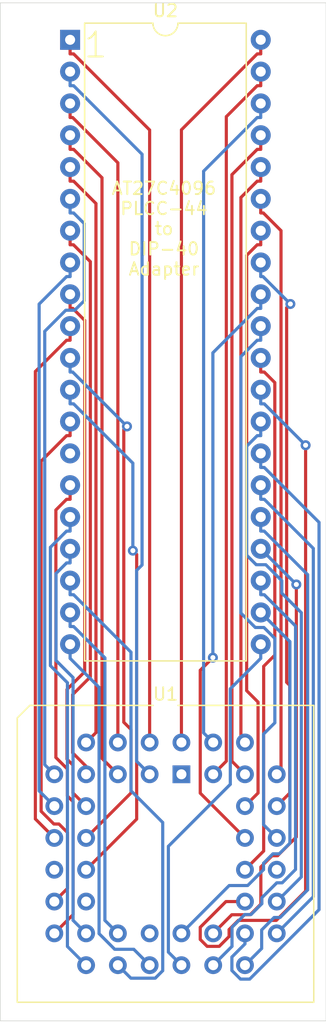
<source format=kicad_pcb>
(kicad_pcb (version 20171130) (host pcbnew "(5.1.7)-1")

  (general
    (thickness 1.6)
    (drawings 6)
    (tracks 289)
    (zones 0)
    (modules 2)
    (nets 46)
  )

  (page A4)
  (layers
    (0 F.Cu signal)
    (31 B.Cu signal)
    (32 B.Adhes user)
    (33 F.Adhes user)
    (34 B.Paste user)
    (35 F.Paste user)
    (36 B.SilkS user)
    (37 F.SilkS user)
    (38 B.Mask user)
    (39 F.Mask user)
    (40 Dwgs.User user)
    (41 Cmts.User user)
    (42 Eco1.User user)
    (43 Eco2.User user)
    (44 Edge.Cuts user)
    (45 Margin user)
    (46 B.CrtYd user)
    (47 F.CrtYd user)
    (48 B.Fab user)
    (49 F.Fab user)
  )

  (setup
    (last_trace_width 0.25)
    (trace_clearance 0.2)
    (zone_clearance 0.508)
    (zone_45_only no)
    (trace_min 0.2)
    (via_size 0.8)
    (via_drill 0.4)
    (via_min_size 0.4)
    (via_min_drill 0.3)
    (uvia_size 0.3)
    (uvia_drill 0.1)
    (uvias_allowed no)
    (uvia_min_size 0.2)
    (uvia_min_drill 0.1)
    (edge_width 0.05)
    (segment_width 0.2)
    (pcb_text_width 0.3)
    (pcb_text_size 1.5 1.5)
    (mod_edge_width 0.12)
    (mod_text_size 1 1)
    (mod_text_width 0.15)
    (pad_size 1.524 1.524)
    (pad_drill 0.762)
    (pad_to_mask_clearance 0)
    (aux_axis_origin 0 0)
    (visible_elements 7FFFFFFF)
    (pcbplotparams
      (layerselection 0x010fc_ffffffff)
      (usegerberextensions false)
      (usegerberattributes true)
      (usegerberadvancedattributes true)
      (creategerberjobfile true)
      (excludeedgelayer true)
      (linewidth 0.100000)
      (plotframeref false)
      (viasonmask false)
      (mode 1)
      (useauxorigin false)
      (hpglpennumber 1)
      (hpglpenspeed 20)
      (hpglpendiameter 15.000000)
      (psnegative false)
      (psa4output false)
      (plotreference true)
      (plotvalue true)
      (plotinvisibletext false)
      (padsonsilk false)
      (subtractmaskfromsilk false)
      (outputformat 1)
      (mirror false)
      (drillshape 0)
      (scaleselection 1)
      (outputdirectory "PLCC44-EPROM-Adapter-gerber/"))
  )

  (net 0 "")
  (net 1 "Net-(U1-Pad33)")
  (net 2 "Net-(U1-Pad13)")
  (net 3 "Net-(U1-Pad23)")
  (net 4 "Net-(U1-Pad1)")
  (net 5 "Net-(U2-Pad14)")
  (net 6 /A14)
  (net 7 /D1)
  (net 8 /A13)
  (net 9 /D2)
  (net 10 /A12)
  (net 11 /D3)
  (net 12 /A11)
  (net 13 /D4)
  (net 14 /A10)
  (net 15 /D5)
  (net 16 /A9)
  (net 17 /D6)
  (net 18 /GND2)
  (net 19 /D7)
  (net 20 /A8)
  (net 21 /GND1)
  (net 22 /A7)
  (net 23 /D8)
  (net 24 /A6)
  (net 25 /D9)
  (net 26 /A5)
  (net 27 /D10)
  (net 28 /A4)
  (net 29 /D11)
  (net 30 /A3)
  (net 31 /D12)
  (net 32 /A2)
  (net 33 /D13)
  (net 34 /A1)
  (net 35 /D14)
  (net 36 /A0)
  (net 37 /D15)
  (net 38 /_CE)
  (net 39 /_OE)
  (net 40 /VPP)
  (net 41 /D0)
  (net 42 /A17)
  (net 43 /A15)
  (net 44 /VCC)
  (net 45 /A16)

  (net_class Default "This is the default net class."
    (clearance 0.2)
    (trace_width 0.25)
    (via_dia 0.8)
    (via_drill 0.4)
    (uvia_dia 0.3)
    (uvia_drill 0.1)
    (add_net /A0)
    (add_net /A1)
    (add_net /A10)
    (add_net /A11)
    (add_net /A12)
    (add_net /A13)
    (add_net /A14)
    (add_net /A15)
    (add_net /A16)
    (add_net /A17)
    (add_net /A2)
    (add_net /A3)
    (add_net /A4)
    (add_net /A5)
    (add_net /A6)
    (add_net /A7)
    (add_net /A8)
    (add_net /A9)
    (add_net /D0)
    (add_net /D1)
    (add_net /D10)
    (add_net /D11)
    (add_net /D12)
    (add_net /D13)
    (add_net /D14)
    (add_net /D15)
    (add_net /D2)
    (add_net /D3)
    (add_net /D4)
    (add_net /D5)
    (add_net /D6)
    (add_net /D7)
    (add_net /D8)
    (add_net /D9)
    (add_net /GND1)
    (add_net /GND2)
    (add_net /VCC)
    (add_net /VPP)
    (add_net /_CE)
    (add_net /_OE)
    (add_net "Net-(U1-Pad1)")
    (add_net "Net-(U1-Pad13)")
    (add_net "Net-(U1-Pad23)")
    (add_net "Net-(U1-Pad33)")
    (add_net "Net-(U2-Pad14)")
  )

  (module Package_DIP:DIP-40_W15.24mm (layer F.Cu) (tedit 5A02E8C5) (tstamp 5F9EC4B1)
    (at 84.954 81.6925)
    (descr "40-lead though-hole mounted DIP package, row spacing 15.24 mm (600 mils)")
    (tags "THT DIP DIL PDIP 2.54mm 15.24mm 600mil")
    (path /5F9EC50B)
    (fp_text reference U2 (at 7.62 -2.33) (layer F.SilkS)
      (effects (font (size 1 1) (thickness 0.15)))
    )
    (fp_text value AT27C4096-90PU (at 7.62 50.59) (layer F.Fab)
      (effects (font (size 1 1) (thickness 0.15)))
    )
    (fp_text user %R (at 7.62 24.13) (layer F.Fab)
      (effects (font (size 1 1) (thickness 0.15)))
    )
    (fp_arc (start 7.62 -1.33) (end 6.62 -1.33) (angle -180) (layer F.SilkS) (width 0.12))
    (fp_line (start 1.255 -1.27) (end 14.985 -1.27) (layer F.Fab) (width 0.1))
    (fp_line (start 14.985 -1.27) (end 14.985 49.53) (layer F.Fab) (width 0.1))
    (fp_line (start 14.985 49.53) (end 0.255 49.53) (layer F.Fab) (width 0.1))
    (fp_line (start 0.255 49.53) (end 0.255 -0.27) (layer F.Fab) (width 0.1))
    (fp_line (start 0.255 -0.27) (end 1.255 -1.27) (layer F.Fab) (width 0.1))
    (fp_line (start 6.62 -1.33) (end 1.16 -1.33) (layer F.SilkS) (width 0.12))
    (fp_line (start 1.16 -1.33) (end 1.16 49.59) (layer F.SilkS) (width 0.12))
    (fp_line (start 1.16 49.59) (end 14.08 49.59) (layer F.SilkS) (width 0.12))
    (fp_line (start 14.08 49.59) (end 14.08 -1.33) (layer F.SilkS) (width 0.12))
    (fp_line (start 14.08 -1.33) (end 8.62 -1.33) (layer F.SilkS) (width 0.12))
    (fp_line (start -1.05 -1.55) (end -1.05 49.8) (layer F.CrtYd) (width 0.05))
    (fp_line (start -1.05 49.8) (end 16.3 49.8) (layer F.CrtYd) (width 0.05))
    (fp_line (start 16.3 49.8) (end 16.3 -1.55) (layer F.CrtYd) (width 0.05))
    (fp_line (start 16.3 -1.55) (end -1.05 -1.55) (layer F.CrtYd) (width 0.05))
    (pad 40 thru_hole oval (at 15.24 0) (size 1.6 1.6) (drill 0.8) (layers *.Cu *.Mask)
      (net 44 /VCC))
    (pad 20 thru_hole oval (at 0 48.26) (size 1.6 1.6) (drill 0.8) (layers *.Cu *.Mask)
      (net 39 /_OE))
    (pad 39 thru_hole oval (at 15.24 2.54) (size 1.6 1.6) (drill 0.8) (layers *.Cu *.Mask)
      (net 42 /A17))
    (pad 19 thru_hole oval (at 0 45.72) (size 1.6 1.6) (drill 0.8) (layers *.Cu *.Mask)
      (net 41 /D0))
    (pad 38 thru_hole oval (at 15.24 5.08) (size 1.6 1.6) (drill 0.8) (layers *.Cu *.Mask)
      (net 45 /A16))
    (pad 18 thru_hole oval (at 0 43.18) (size 1.6 1.6) (drill 0.8) (layers *.Cu *.Mask)
      (net 7 /D1))
    (pad 37 thru_hole oval (at 15.24 7.62) (size 1.6 1.6) (drill 0.8) (layers *.Cu *.Mask)
      (net 43 /A15))
    (pad 17 thru_hole oval (at 0 40.64) (size 1.6 1.6) (drill 0.8) (layers *.Cu *.Mask)
      (net 9 /D2))
    (pad 36 thru_hole oval (at 15.24 10.16) (size 1.6 1.6) (drill 0.8) (layers *.Cu *.Mask)
      (net 6 /A14))
    (pad 16 thru_hole oval (at 0 38.1) (size 1.6 1.6) (drill 0.8) (layers *.Cu *.Mask)
      (net 11 /D3))
    (pad 35 thru_hole oval (at 15.24 12.7) (size 1.6 1.6) (drill 0.8) (layers *.Cu *.Mask)
      (net 8 /A13))
    (pad 15 thru_hole oval (at 0 35.56) (size 1.6 1.6) (drill 0.8) (layers *.Cu *.Mask)
      (net 13 /D4))
    (pad 34 thru_hole oval (at 15.24 15.24) (size 1.6 1.6) (drill 0.8) (layers *.Cu *.Mask)
      (net 10 /A12))
    (pad 14 thru_hole oval (at 0 33.02) (size 1.6 1.6) (drill 0.8) (layers *.Cu *.Mask)
      (net 5 "Net-(U2-Pad14)"))
    (pad 33 thru_hole oval (at 15.24 17.78) (size 1.6 1.6) (drill 0.8) (layers *.Cu *.Mask)
      (net 12 /A11))
    (pad 13 thru_hole oval (at 0 30.48) (size 1.6 1.6) (drill 0.8) (layers *.Cu *.Mask)
      (net 17 /D6))
    (pad 32 thru_hole oval (at 15.24 20.32) (size 1.6 1.6) (drill 0.8) (layers *.Cu *.Mask)
      (net 14 /A10))
    (pad 12 thru_hole oval (at 0 27.94) (size 1.6 1.6) (drill 0.8) (layers *.Cu *.Mask)
      (net 19 /D7))
    (pad 31 thru_hole oval (at 15.24 22.86) (size 1.6 1.6) (drill 0.8) (layers *.Cu *.Mask)
      (net 16 /A9))
    (pad 11 thru_hole oval (at 0 25.4) (size 1.6 1.6) (drill 0.8) (layers *.Cu *.Mask)
      (net 21 /GND1))
    (pad 30 thru_hole oval (at 15.24 25.4) (size 1.6 1.6) (drill 0.8) (layers *.Cu *.Mask)
      (net 18 /GND2))
    (pad 10 thru_hole oval (at 0 22.86) (size 1.6 1.6) (drill 0.8) (layers *.Cu *.Mask)
      (net 23 /D8))
    (pad 29 thru_hole oval (at 15.24 27.94) (size 1.6 1.6) (drill 0.8) (layers *.Cu *.Mask)
      (net 20 /A8))
    (pad 9 thru_hole oval (at 0 20.32) (size 1.6 1.6) (drill 0.8) (layers *.Cu *.Mask)
      (net 25 /D9))
    (pad 28 thru_hole oval (at 15.24 30.48) (size 1.6 1.6) (drill 0.8) (layers *.Cu *.Mask)
      (net 22 /A7))
    (pad 8 thru_hole oval (at 0 17.78) (size 1.6 1.6) (drill 0.8) (layers *.Cu *.Mask)
      (net 27 /D10))
    (pad 27 thru_hole oval (at 15.24 33.02) (size 1.6 1.6) (drill 0.8) (layers *.Cu *.Mask)
      (net 24 /A6))
    (pad 7 thru_hole oval (at 0 15.24) (size 1.6 1.6) (drill 0.8) (layers *.Cu *.Mask)
      (net 29 /D11))
    (pad 26 thru_hole oval (at 15.24 35.56) (size 1.6 1.6) (drill 0.8) (layers *.Cu *.Mask)
      (net 26 /A5))
    (pad 6 thru_hole oval (at 0 12.7) (size 1.6 1.6) (drill 0.8) (layers *.Cu *.Mask)
      (net 31 /D12))
    (pad 25 thru_hole oval (at 15.24 38.1) (size 1.6 1.6) (drill 0.8) (layers *.Cu *.Mask)
      (net 28 /A4))
    (pad 5 thru_hole oval (at 0 10.16) (size 1.6 1.6) (drill 0.8) (layers *.Cu *.Mask)
      (net 33 /D13))
    (pad 24 thru_hole oval (at 15.24 40.64) (size 1.6 1.6) (drill 0.8) (layers *.Cu *.Mask)
      (net 30 /A3))
    (pad 4 thru_hole oval (at 0 7.62) (size 1.6 1.6) (drill 0.8) (layers *.Cu *.Mask)
      (net 35 /D14))
    (pad 23 thru_hole oval (at 15.24 43.18) (size 1.6 1.6) (drill 0.8) (layers *.Cu *.Mask)
      (net 32 /A2))
    (pad 3 thru_hole oval (at 0 5.08) (size 1.6 1.6) (drill 0.8) (layers *.Cu *.Mask)
      (net 37 /D15))
    (pad 22 thru_hole oval (at 15.24 45.72) (size 1.6 1.6) (drill 0.8) (layers *.Cu *.Mask)
      (net 34 /A1))
    (pad 2 thru_hole oval (at 0 2.54) (size 1.6 1.6) (drill 0.8) (layers *.Cu *.Mask)
      (net 38 /_CE))
    (pad 21 thru_hole oval (at 15.24 48.26) (size 1.6 1.6) (drill 0.8) (layers *.Cu *.Mask)
      (net 36 /A0))
    (pad 1 thru_hole rect (at 0 0) (size 1.6 1.6) (drill 0.8) (layers *.Cu *.Mask)
      (net 40 /VPP))
    (model ${KISYS3DMOD}/Package_DIP.3dshapes/DIP-40_W15.24mm.wrl
      (at (xyz 0 0 0))
      (scale (xyz 1 1 1))
      (rotate (xyz 0 0 0))
    )
  )

  (module Package_LCC:PLCC-44_THT-Socket (layer F.Cu) (tedit 5A02ECC8) (tstamp 5F9EC475)
    (at 93.853 140.335)
    (descr "PLCC, 44 pins, through hole")
    (tags "plcc leaded")
    (path /5F9EAECD)
    (fp_text reference U1 (at -1.27 -6.4) (layer F.SilkS)
      (effects (font (size 1 1) (thickness 0.15)))
    )
    (fp_text value AT27C4096-90JU (at -1.27 19.1) (layer F.Fab)
      (effects (font (size 1 1) (thickness 0.15)))
    )
    (fp_text user %R (at -1.27 6.35) (layer F.Fab)
      (effects (font (size 1 1) (thickness 0.15)))
    )
    (fp_line (start -12.02 -5.4) (end -13.02 -4.4) (layer F.Fab) (width 0.1))
    (fp_line (start -13.02 -4.4) (end -13.02 18.1) (layer F.Fab) (width 0.1))
    (fp_line (start -13.02 18.1) (end 10.48 18.1) (layer F.Fab) (width 0.1))
    (fp_line (start 10.48 18.1) (end 10.48 -5.4) (layer F.Fab) (width 0.1))
    (fp_line (start 10.48 -5.4) (end -12.02 -5.4) (layer F.Fab) (width 0.1))
    (fp_line (start -13.52 -5.9) (end -13.52 18.6) (layer F.CrtYd) (width 0.05))
    (fp_line (start -13.52 18.6) (end 10.98 18.6) (layer F.CrtYd) (width 0.05))
    (fp_line (start 10.98 18.6) (end 10.98 -5.9) (layer F.CrtYd) (width 0.05))
    (fp_line (start 10.98 -5.9) (end -13.52 -5.9) (layer F.CrtYd) (width 0.05))
    (fp_line (start -10.48 -2.86) (end -10.48 15.56) (layer F.Fab) (width 0.1))
    (fp_line (start -10.48 15.56) (end 7.94 15.56) (layer F.Fab) (width 0.1))
    (fp_line (start 7.94 15.56) (end 7.94 -2.86) (layer F.Fab) (width 0.1))
    (fp_line (start 7.94 -2.86) (end -10.48 -2.86) (layer F.Fab) (width 0.1))
    (fp_line (start -1.77 -5.4) (end -1.27 -4.4) (layer F.Fab) (width 0.1))
    (fp_line (start -1.27 -4.4) (end -0.77 -5.4) (layer F.Fab) (width 0.1))
    (fp_line (start -2.27 -5.5) (end -12.12 -5.5) (layer F.SilkS) (width 0.12))
    (fp_line (start -12.12 -5.5) (end -13.12 -4.5) (layer F.SilkS) (width 0.12))
    (fp_line (start -13.12 -4.5) (end -13.12 18.2) (layer F.SilkS) (width 0.12))
    (fp_line (start -13.12 18.2) (end 10.58 18.2) (layer F.SilkS) (width 0.12))
    (fp_line (start 10.58 18.2) (end 10.58 -5.5) (layer F.SilkS) (width 0.12))
    (fp_line (start 10.58 -5.5) (end -0.27 -5.5) (layer F.SilkS) (width 0.12))
    (pad 39 thru_hole circle (at 7.62 0) (size 1.4224 1.4224) (drill 0.8) (layers *.Cu *.Mask)
      (net 8 /A13))
    (pad 37 thru_hole circle (at 7.62 2.54) (size 1.4224 1.4224) (drill 0.8) (layers *.Cu *.Mask)
      (net 12 /A11))
    (pad 35 thru_hole circle (at 7.62 5.08) (size 1.4224 1.4224) (drill 0.8) (layers *.Cu *.Mask)
      (net 16 /A9))
    (pad 33 thru_hole circle (at 7.62 7.62) (size 1.4224 1.4224) (drill 0.8) (layers *.Cu *.Mask)
      (net 1 "Net-(U1-Pad33)"))
    (pad 31 thru_hole circle (at 7.62 10.16) (size 1.4224 1.4224) (drill 0.8) (layers *.Cu *.Mask)
      (net 22 /A7))
    (pad 40 thru_hole circle (at 5.08 -2.54) (size 1.4224 1.4224) (drill 0.8) (layers *.Cu *.Mask)
      (net 6 /A14))
    (pad 38 thru_hole circle (at 5.08 2.54) (size 1.4224 1.4224) (drill 0.8) (layers *.Cu *.Mask)
      (net 10 /A12))
    (pad 36 thru_hole circle (at 5.08 5.08) (size 1.4224 1.4224) (drill 0.8) (layers *.Cu *.Mask)
      (net 14 /A10))
    (pad 34 thru_hole circle (at 5.08 7.62) (size 1.4224 1.4224) (drill 0.8) (layers *.Cu *.Mask)
      (net 18 /GND2))
    (pad 32 thru_hole circle (at 5.08 10.16) (size 1.4224 1.4224) (drill 0.8) (layers *.Cu *.Mask)
      (net 20 /A8))
    (pad 30 thru_hole circle (at 5.08 12.7) (size 1.4224 1.4224) (drill 0.8) (layers *.Cu *.Mask)
      (net 24 /A6))
    (pad 28 thru_hole circle (at 5.08 15.24) (size 1.4224 1.4224) (drill 0.8) (layers *.Cu *.Mask)
      (net 28 /A4))
    (pad 26 thru_hole circle (at 2.54 15.24) (size 1.4224 1.4224) (drill 0.8) (layers *.Cu *.Mask)
      (net 32 /A2))
    (pad 24 thru_hole circle (at 0 15.24) (size 1.4224 1.4224) (drill 0.8) (layers *.Cu *.Mask)
      (net 36 /A0))
    (pad 22 thru_hole circle (at -2.54 15.24) (size 1.4224 1.4224) (drill 0.8) (layers *.Cu *.Mask)
      (net 39 /_OE))
    (pad 20 thru_hole circle (at -5.08 15.24) (size 1.4224 1.4224) (drill 0.8) (layers *.Cu *.Mask)
      (net 7 /D1))
    (pad 18 thru_hole circle (at -7.62 15.24) (size 1.4224 1.4224) (drill 0.8) (layers *.Cu *.Mask)
      (net 11 /D3))
    (pad 29 thru_hole circle (at 7.62 12.7) (size 1.4224 1.4224) (drill 0.8) (layers *.Cu *.Mask)
      (net 26 /A5))
    (pad 27 thru_hole circle (at 2.54 12.7) (size 1.4224 1.4224) (drill 0.8) (layers *.Cu *.Mask)
      (net 30 /A3))
    (pad 25 thru_hole circle (at 0 12.7) (size 1.4224 1.4224) (drill 0.8) (layers *.Cu *.Mask)
      (net 34 /A1))
    (pad 23 thru_hole circle (at -2.54 12.7) (size 1.4224 1.4224) (drill 0.8) (layers *.Cu *.Mask)
      (net 3 "Net-(U1-Pad23)"))
    (pad 21 thru_hole circle (at -5.08 12.7) (size 1.4224 1.4224) (drill 0.8) (layers *.Cu *.Mask)
      (net 41 /D0))
    (pad 19 thru_hole circle (at -7.62 12.7) (size 1.4224 1.4224) (drill 0.8) (layers *.Cu *.Mask)
      (net 9 /D2))
    (pad 17 thru_hole circle (at -10.16 12.7) (size 1.4224 1.4224) (drill 0.8) (layers *.Cu *.Mask)
      (net 13 /D4))
    (pad 15 thru_hole circle (at -10.16 10.16) (size 1.4224 1.4224) (drill 0.8) (layers *.Cu *.Mask)
      (net 17 /D6))
    (pad 13 thru_hole circle (at -10.16 7.62) (size 1.4224 1.4224) (drill 0.8) (layers *.Cu *.Mask)
      (net 2 "Net-(U1-Pad13)"))
    (pad 11 thru_hole circle (at -10.16 5.08) (size 1.4224 1.4224) (drill 0.8) (layers *.Cu *.Mask)
      (net 23 /D8))
    (pad 9 thru_hole circle (at -10.16 2.54) (size 1.4224 1.4224) (drill 0.8) (layers *.Cu *.Mask)
      (net 27 /D10))
    (pad 7 thru_hole circle (at -10.16 0) (size 1.4224 1.4224) (drill 0.8) (layers *.Cu *.Mask)
      (net 31 /D12))
    (pad 16 thru_hole circle (at -7.62 10.16) (size 1.4224 1.4224) (drill 0.8) (layers *.Cu *.Mask)
      (net 15 /D5))
    (pad 14 thru_hole circle (at -7.62 7.62) (size 1.4224 1.4224) (drill 0.8) (layers *.Cu *.Mask)
      (net 19 /D7))
    (pad 12 thru_hole circle (at -7.62 5.08) (size 1.4224 1.4224) (drill 0.8) (layers *.Cu *.Mask)
      (net 21 /GND1))
    (pad 10 thru_hole circle (at -7.62 2.54) (size 1.4224 1.4224) (drill 0.8) (layers *.Cu *.Mask)
      (net 25 /D9))
    (pad 8 thru_hole circle (at -7.62 0) (size 1.4224 1.4224) (drill 0.8) (layers *.Cu *.Mask)
      (net 29 /D11))
    (pad 42 thru_hole circle (at 2.54 -2.54) (size 1.4224 1.4224) (drill 0.8) (layers *.Cu *.Mask)
      (net 45 /A16))
    (pad 44 thru_hole circle (at 0 -2.54) (size 1.4224 1.4224) (drill 0.8) (layers *.Cu *.Mask)
      (net 44 /VCC))
    (pad 6 thru_hole circle (at -7.62 -2.54) (size 1.4224 1.4224) (drill 0.8) (layers *.Cu *.Mask)
      (net 33 /D13))
    (pad 4 thru_hole circle (at -5.08 -2.54) (size 1.4224 1.4224) (drill 0.8) (layers *.Cu *.Mask)
      (net 37 /D15))
    (pad 2 thru_hole circle (at -2.54 -2.54) (size 1.4224 1.4224) (drill 0.8) (layers *.Cu *.Mask)
      (net 40 /VPP))
    (pad 41 thru_hole circle (at 5.08 0) (size 1.4224 1.4224) (drill 0.8) (layers *.Cu *.Mask)
      (net 43 /A15))
    (pad 43 thru_hole circle (at 2.54 0) (size 1.4224 1.4224) (drill 0.8) (layers *.Cu *.Mask)
      (net 42 /A17))
    (pad 5 thru_hole circle (at -5.08 0) (size 1.4224 1.4224) (drill 0.8) (layers *.Cu *.Mask)
      (net 35 /D14))
    (pad 3 thru_hole circle (at -2.54 0) (size 1.4224 1.4224) (drill 0.8) (layers *.Cu *.Mask)
      (net 38 /_CE))
    (pad 1 thru_hole rect (at 0 0) (size 1.4224 1.4224) (drill 0.8) (layers *.Cu *.Mask)
      (net 4 "Net-(U1-Pad1)"))
    (model ${KISYS3DMOD}/Package_LCC.3dshapes/PLCC-44_THT-Socket.wrl
      (at (xyz 0 0 0))
      (scale (xyz 1 1 1))
      (rotate (xyz 0 0 0))
    )
  )

  (gr_text "AT27C4096\nPLCC-44\nto\nDIP-40\nAdapter" (at 92.456 96.774) (layer F.SilkS)
    (effects (font (size 1 1) (thickness 0.15)))
  )
  (gr_text 1 (at 86.995 82.1055) (layer F.SilkS)
    (effects (font (size 2 2) (thickness 0.15)))
  )
  (gr_line (start 105.41 160.02) (end 79.375 160.02) (layer Edge.Cuts) (width 0.05))
  (gr_line (start 105.41 78.74) (end 105.41 160.02) (layer Edge.Cuts) (width 0.05))
  (gr_line (start 79.375 78.74) (end 105.41 78.74) (layer Edge.Cuts) (width 0.05))
  (gr_line (start 79.375 160.02) (end 79.375 78.74) (layer Edge.Cuts) (width 0.05))

  (segment (start 98.933 137.795) (end 98.609 137.471) (width 0.25) (layer F.Cu) (net 6))
  (segment (start 98.609 137.471) (end 98.609 94.2815) (width 0.25) (layer F.Cu) (net 6))
  (segment (start 98.609 94.2815) (end 99.9127 92.9778) (width 0.25) (layer F.Cu) (net 6))
  (segment (start 99.9127 92.9778) (end 100.194 92.9778) (width 0.25) (layer F.Cu) (net 6))
  (segment (start 100.194 91.8525) (end 100.194 92.9778) (width 0.25) (layer F.Cu) (net 6))
  (segment (start 84.954 124.8725) (end 84.954 125.9978) (width 0.25) (layer B.Cu) (net 7))
  (segment (start 88.773 155.575) (end 89.8098 156.6118) (width 0.25) (layer B.Cu) (net 7))
  (segment (start 89.8098 156.6118) (end 91.7611 156.6118) (width 0.25) (layer B.Cu) (net 7))
  (segment (start 91.7611 156.6118) (end 92.3593 156.0136) (width 0.25) (layer B.Cu) (net 7))
  (segment (start 92.3593 156.0136) (end 92.3593 144.1849) (width 0.25) (layer B.Cu) (net 7))
  (segment (start 92.3593 144.1849) (end 89.8209 141.6465) (width 0.25) (layer B.Cu) (net 7))
  (segment (start 89.8209 141.6465) (end 89.8209 130.5834) (width 0.25) (layer B.Cu) (net 7))
  (segment (start 89.8209 130.5834) (end 85.2353 125.9978) (width 0.25) (layer B.Cu) (net 7))
  (segment (start 85.2353 125.9978) (end 84.954 125.9978) (width 0.25) (layer B.Cu) (net 7))
  (segment (start 100.194 95.5178) (end 100.4017 95.5178) (width 0.25) (layer F.Cu) (net 8))
  (segment (start 100.4017 95.5178) (end 101.8142 96.9303) (width 0.25) (layer F.Cu) (net 8))
  (segment (start 101.8142 96.9303) (end 101.8142 139.9938) (width 0.25) (layer F.Cu) (net 8))
  (segment (start 101.8142 139.9938) (end 101.473 140.335) (width 0.25) (layer F.Cu) (net 8))
  (segment (start 100.194 94.3925) (end 100.194 95.5178) (width 0.25) (layer F.Cu) (net 8))
  (segment (start 84.954 122.3325) (end 84.954 123.4578) (width 0.25) (layer B.Cu) (net 9))
  (segment (start 84.954 123.4578) (end 84.6726 123.4578) (width 0.25) (layer B.Cu) (net 9))
  (segment (start 84.6726 123.4578) (end 83.8287 124.3017) (width 0.25) (layer B.Cu) (net 9))
  (segment (start 83.8287 124.3017) (end 83.8287 131.2481) (width 0.25) (layer B.Cu) (net 9))
  (segment (start 83.8287 131.2481) (end 85.1898 132.6092) (width 0.25) (layer B.Cu) (net 9))
  (segment (start 85.1898 132.6092) (end 85.1898 151.9918) (width 0.25) (layer B.Cu) (net 9))
  (segment (start 85.1898 151.9918) (end 86.233 153.035) (width 0.25) (layer B.Cu) (net 9))
  (segment (start 100.194 96.9325) (end 100.194 98.0578) (width 0.25) (layer F.Cu) (net 10))
  (segment (start 98.933 142.875) (end 99.9783 141.8297) (width 0.25) (layer F.Cu) (net 10))
  (segment (start 99.9783 141.8297) (end 99.9783 134.5674) (width 0.25) (layer F.Cu) (net 10))
  (segment (start 99.9783 134.5674) (end 99.0687 133.6578) (width 0.25) (layer F.Cu) (net 10))
  (segment (start 99.0687 133.6578) (end 99.0687 98.9017) (width 0.25) (layer F.Cu) (net 10))
  (segment (start 99.0687 98.9017) (end 99.9126 98.0578) (width 0.25) (layer F.Cu) (net 10))
  (segment (start 99.9126 98.0578) (end 100.194 98.0578) (width 0.25) (layer F.Cu) (net 10))
  (segment (start 84.954 120.9178) (end 84.6726 120.9178) (width 0.25) (layer B.Cu) (net 11))
  (segment (start 84.6726 120.9178) (end 83.3784 122.212) (width 0.25) (layer B.Cu) (net 11))
  (segment (start 83.3784 122.212) (end 83.3784 131.66) (width 0.25) (layer B.Cu) (net 11))
  (segment (start 83.3784 131.66) (end 84.7394 133.021) (width 0.25) (layer B.Cu) (net 11))
  (segment (start 84.7394 133.021) (end 84.7394 154.0814) (width 0.25) (layer B.Cu) (net 11))
  (segment (start 84.7394 154.0814) (end 86.233 155.575) (width 0.25) (layer B.Cu) (net 11))
  (segment (start 84.954 119.7925) (end 84.954 120.9178) (width 0.25) (layer B.Cu) (net 11))
  (segment (start 101.473 142.875) (end 102.5096 141.8384) (width 0.25) (layer F.Cu) (net 12))
  (segment (start 102.5096 141.8384) (end 102.5096 133.2341) (width 0.25) (layer F.Cu) (net 12))
  (segment (start 102.5096 133.2341) (end 102.2645 132.989) (width 0.25) (layer F.Cu) (net 12))
  (segment (start 102.2645 132.989) (end 102.2645 103.0838) (width 0.25) (layer F.Cu) (net 12))
  (segment (start 102.2645 103.0838) (end 102.5632 102.7851) (width 0.25) (layer F.Cu) (net 12))
  (segment (start 100.194 100.5978) (end 100.3759 100.5978) (width 0.25) (layer B.Cu) (net 12))
  (segment (start 100.3759 100.5978) (end 102.5632 102.7851) (width 0.25) (layer B.Cu) (net 12))
  (segment (start 100.194 99.4725) (end 100.194 100.5978) (width 0.25) (layer B.Cu) (net 12))
  (via (at 102.5632 102.7851) (size 0.8) (layers F.Cu B.Cu) (net 12))
  (segment (start 83.693 153.035) (end 85.1964 151.5316) (width 0.25) (layer F.Cu) (net 13))
  (segment (start 85.1964 151.5316) (end 85.1964 142.5219) (width 0.25) (layer F.Cu) (net 13))
  (segment (start 85.1964 142.5219) (end 84.7295 142.055) (width 0.25) (layer F.Cu) (net 13))
  (segment (start 84.7295 142.055) (end 84.7295 139.9056) (width 0.25) (layer F.Cu) (net 13))
  (segment (start 84.7295 139.9056) (end 83.8175 138.9936) (width 0.25) (layer F.Cu) (net 13))
  (segment (start 83.8175 138.9936) (end 83.8175 119.2329) (width 0.25) (layer F.Cu) (net 13))
  (segment (start 83.8175 119.2329) (end 84.6726 118.3778) (width 0.25) (layer F.Cu) (net 13))
  (segment (start 84.6726 118.3778) (end 84.954 118.3778) (width 0.25) (layer F.Cu) (net 13))
  (segment (start 84.954 117.2525) (end 84.954 118.3778) (width 0.25) (layer F.Cu) (net 13))
  (segment (start 100.194 102.0125) (end 100.194 103.1378) (width 0.25) (layer B.Cu) (net 14))
  (segment (start 96.3681 131.02) (end 96.3681 106.6824) (width 0.25) (layer B.Cu) (net 14))
  (segment (start 96.3681 106.6824) (end 99.9127 103.1378) (width 0.25) (layer B.Cu) (net 14))
  (segment (start 99.9127 103.1378) (end 100.194 103.1378) (width 0.25) (layer B.Cu) (net 14))
  (segment (start 98.933 145.415) (end 95.3565 141.8385) (width 0.25) (layer F.Cu) (net 14))
  (segment (start 95.3565 141.8385) (end 95.3565 132.0316) (width 0.25) (layer F.Cu) (net 14))
  (segment (start 95.3565 132.0316) (end 96.3681 131.02) (width 0.25) (layer F.Cu) (net 14))
  (via (at 96.3681 131.02) (size 0.8) (layers F.Cu B.Cu) (net 14))
  (segment (start 100.194 104.5525) (end 100.194 105.6778) (width 0.25) (layer B.Cu) (net 16))
  (segment (start 101.473 145.415) (end 100.4181 144.3601) (width 0.25) (layer B.Cu) (net 16))
  (segment (start 100.4181 144.3601) (end 100.4181 137.1248) (width 0.25) (layer B.Cu) (net 16))
  (segment (start 100.4181 137.1248) (end 101.3221 136.2208) (width 0.25) (layer B.Cu) (net 16))
  (segment (start 101.3221 136.2208) (end 101.3221 129.4875) (width 0.25) (layer B.Cu) (net 16))
  (segment (start 101.3221 129.4875) (end 100.4477 128.6131) (width 0.25) (layer B.Cu) (net 16))
  (segment (start 100.4477 128.6131) (end 99.7582 128.6131) (width 0.25) (layer B.Cu) (net 16))
  (segment (start 99.7582 128.6131) (end 98.6063 127.4612) (width 0.25) (layer B.Cu) (net 16))
  (segment (start 98.6063 127.4612) (end 98.6063 106.9842) (width 0.25) (layer B.Cu) (net 16))
  (segment (start 98.6063 106.9842) (end 99.9127 105.6778) (width 0.25) (layer B.Cu) (net 16))
  (segment (start 99.9127 105.6778) (end 100.194 105.6778) (width 0.25) (layer B.Cu) (net 16))
  (segment (start 84.954 112.1725) (end 84.954 113.2978) (width 0.25) (layer F.Cu) (net 17))
  (segment (start 83.693 150.495) (end 84.746 149.442) (width 0.25) (layer F.Cu) (net 17))
  (segment (start 84.746 149.442) (end 84.746 144.9856) (width 0.25) (layer F.Cu) (net 17))
  (segment (start 84.746 144.9856) (end 84.0647 144.3043) (width 0.25) (layer F.Cu) (net 17))
  (segment (start 84.0647 144.3043) (end 83.6565 144.3043) (width 0.25) (layer F.Cu) (net 17))
  (segment (start 83.6565 144.3043) (end 82.6365 143.2843) (width 0.25) (layer F.Cu) (net 17))
  (segment (start 82.6365 143.2843) (end 82.6365 115.334) (width 0.25) (layer F.Cu) (net 17))
  (segment (start 82.6365 115.334) (end 84.6727 113.2978) (width 0.25) (layer F.Cu) (net 17))
  (segment (start 84.6727 113.2978) (end 84.954 113.2978) (width 0.25) (layer F.Cu) (net 17))
  (segment (start 100.194 107.0925) (end 100.194 108.2178) (width 0.25) (layer F.Cu) (net 18))
  (segment (start 98.933 147.955) (end 100.4287 146.4593) (width 0.25) (layer F.Cu) (net 18))
  (segment (start 100.4287 146.4593) (end 100.4287 131.7117) (width 0.25) (layer F.Cu) (net 18))
  (segment (start 100.4287 131.7117) (end 101.3193 130.8211) (width 0.25) (layer F.Cu) (net 18))
  (segment (start 101.3193 130.8211) (end 101.3193 109.0617) (width 0.25) (layer F.Cu) (net 18))
  (segment (start 101.3193 109.0617) (end 100.4754 108.2178) (width 0.25) (layer F.Cu) (net 18))
  (segment (start 100.4754 108.2178) (end 100.194 108.2178) (width 0.25) (layer F.Cu) (net 18))
  (segment (start 84.954 109.6325) (end 84.954 110.7578) (width 0.25) (layer B.Cu) (net 19))
  (segment (start 89.9714 122.4764) (end 89.9714 115.4939) (width 0.25) (layer B.Cu) (net 19))
  (segment (start 89.9714 115.4939) (end 85.2353 110.7578) (width 0.25) (layer B.Cu) (net 19))
  (segment (start 85.2353 110.7578) (end 84.954 110.7578) (width 0.25) (layer B.Cu) (net 19))
  (segment (start 86.233 147.955) (end 90.2764 143.9116) (width 0.25) (layer F.Cu) (net 19))
  (segment (start 90.2764 143.9116) (end 90.2764 122.7814) (width 0.25) (layer F.Cu) (net 19))
  (segment (start 90.2764 122.7814) (end 89.9714 122.4764) (width 0.25) (layer F.Cu) (net 19))
  (via (at 89.9714 122.4764) (size 0.8) (layers F.Cu B.Cu) (net 19))
  (segment (start 98.933 150.495) (end 97.4124 150.495) (width 0.25) (layer F.Cu) (net 20))
  (segment (start 97.4124 150.495) (end 95.3564 152.551) (width 0.25) (layer F.Cu) (net 20))
  (segment (start 95.3564 152.551) (end 95.3564 153.5188) (width 0.25) (layer F.Cu) (net 20))
  (segment (start 95.3564 153.5188) (end 95.9092 154.0716) (width 0.25) (layer F.Cu) (net 20))
  (segment (start 95.9092 154.0716) (end 96.8769 154.0716) (width 0.25) (layer F.Cu) (net 20))
  (segment (start 96.8769 154.0716) (end 97.663 153.2855) (width 0.25) (layer F.Cu) (net 20))
  (segment (start 97.663 153.2855) (end 97.663 152.7332) (width 0.25) (layer F.Cu) (net 20))
  (segment (start 97.663 152.7332) (end 98.3978 151.9984) (width 0.25) (layer F.Cu) (net 20))
  (segment (start 98.3978 151.9984) (end 101.4388 151.9984) (width 0.25) (layer F.Cu) (net 20))
  (segment (start 101.4388 151.9984) (end 103.7804 149.6568) (width 0.25) (layer F.Cu) (net 20))
  (segment (start 103.7804 149.6568) (end 103.7804 114.0628) (width 0.25) (layer F.Cu) (net 20))
  (segment (start 100.194 110.7578) (end 100.4754 110.7578) (width 0.25) (layer B.Cu) (net 20))
  (segment (start 100.4754 110.7578) (end 103.7804 114.0628) (width 0.25) (layer B.Cu) (net 20))
  (segment (start 100.194 109.6325) (end 100.194 110.7578) (width 0.25) (layer B.Cu) (net 20))
  (via (at 103.7804 114.0628) (size 0.8) (layers F.Cu B.Cu) (net 20))
  (segment (start 89.5014 112.5593) (end 89.2461 112.8146) (width 0.25) (layer F.Cu) (net 21))
  (segment (start 89.2461 112.8146) (end 89.2461 136.1785) (width 0.25) (layer F.Cu) (net 21))
  (segment (start 89.2461 136.1785) (end 89.826 136.7584) (width 0.25) (layer F.Cu) (net 21))
  (segment (start 89.826 136.7584) (end 89.826 141.822) (width 0.25) (layer F.Cu) (net 21))
  (segment (start 89.826 141.822) (end 86.233 145.415) (width 0.25) (layer F.Cu) (net 21))
  (segment (start 84.954 108.2178) (end 85.1599 108.2178) (width 0.25) (layer B.Cu) (net 21))
  (segment (start 85.1599 108.2178) (end 89.5014 112.5593) (width 0.25) (layer B.Cu) (net 21))
  (segment (start 84.954 107.0925) (end 84.954 108.2178) (width 0.25) (layer B.Cu) (net 21))
  (via (at 89.5014 112.5593) (size 0.8) (layers F.Cu B.Cu) (net 21))
  (segment (start 100.194 112.1725) (end 100.194 113.2978) (width 0.25) (layer B.Cu) (net 22))
  (segment (start 101.473 150.495) (end 103.4355 148.5325) (width 0.25) (layer B.Cu) (net 22))
  (segment (start 103.4355 148.5325) (end 103.4355 127.4289) (width 0.25) (layer B.Cu) (net 22))
  (segment (start 103.4355 127.4289) (end 101.8755 125.8689) (width 0.25) (layer B.Cu) (net 22))
  (segment (start 101.8755 125.8689) (end 101.8755 124.8793) (width 0.25) (layer B.Cu) (net 22))
  (segment (start 101.8755 124.8793) (end 100.5987 123.6025) (width 0.25) (layer B.Cu) (net 22))
  (segment (start 100.5987 123.6025) (end 99.8336 123.6025) (width 0.25) (layer B.Cu) (net 22))
  (segment (start 99.8336 123.6025) (end 99.0687 122.8376) (width 0.25) (layer B.Cu) (net 22))
  (segment (start 99.0687 122.8376) (end 99.0687 114.1417) (width 0.25) (layer B.Cu) (net 22))
  (segment (start 99.0687 114.1417) (end 99.9126 113.2978) (width 0.25) (layer B.Cu) (net 22))
  (segment (start 99.9126 113.2978) (end 100.194 113.2978) (width 0.25) (layer B.Cu) (net 22))
  (segment (start 84.954 105.6778) (end 84.6727 105.6778) (width 0.25) (layer F.Cu) (net 23))
  (segment (start 84.6727 105.6778) (end 82.1764 108.1741) (width 0.25) (layer F.Cu) (net 23))
  (segment (start 82.1764 108.1741) (end 82.1764 143.8984) (width 0.25) (layer F.Cu) (net 23))
  (segment (start 82.1764 143.8984) (end 83.693 145.415) (width 0.25) (layer F.Cu) (net 23))
  (segment (start 84.954 104.5525) (end 84.954 105.6778) (width 0.25) (layer F.Cu) (net 23))
  (segment (start 100.194 114.7125) (end 100.194 115.8378) (width 0.25) (layer B.Cu) (net 24))
  (segment (start 98.933 153.035) (end 98.933 153.8774) (width 0.25) (layer B.Cu) (net 24))
  (segment (start 98.933 153.8774) (end 97.8879 154.9225) (width 0.25) (layer B.Cu) (net 24))
  (segment (start 97.8879 154.9225) (end 97.8879 156.0009) (width 0.25) (layer B.Cu) (net 24))
  (segment (start 97.8879 156.0009) (end 98.5734 156.6864) (width 0.25) (layer B.Cu) (net 24))
  (segment (start 98.5734 156.6864) (end 99.3119 156.6864) (width 0.25) (layer B.Cu) (net 24))
  (segment (start 99.3119 156.6864) (end 104.8536 151.1447) (width 0.25) (layer B.Cu) (net 24))
  (segment (start 104.8536 151.1447) (end 104.8536 120.2161) (width 0.25) (layer B.Cu) (net 24))
  (segment (start 104.8536 120.2161) (end 100.4753 115.8378) (width 0.25) (layer B.Cu) (net 24))
  (segment (start 100.4753 115.8378) (end 100.194 115.8378) (width 0.25) (layer B.Cu) (net 24))
  (segment (start 86.233 142.875) (end 85.1798 141.8218) (width 0.25) (layer F.Cu) (net 25))
  (segment (start 85.1798 141.8218) (end 85.1798 139.6001) (width 0.25) (layer F.Cu) (net 25))
  (segment (start 85.1798 139.6001) (end 84.7022 139.1225) (width 0.25) (layer F.Cu) (net 25))
  (segment (start 84.7022 139.1225) (end 84.7022 133.5659) (width 0.25) (layer F.Cu) (net 25))
  (segment (start 84.7022 133.5659) (end 86.1204 132.1477) (width 0.25) (layer F.Cu) (net 25))
  (segment (start 86.1204 132.1477) (end 86.1204 104.0909) (width 0.25) (layer F.Cu) (net 25))
  (segment (start 86.1204 104.0909) (end 85.1673 103.1378) (width 0.25) (layer F.Cu) (net 25))
  (segment (start 85.1673 103.1378) (end 84.954 103.1378) (width 0.25) (layer F.Cu) (net 25))
  (segment (start 84.954 102.0125) (end 84.954 103.1378) (width 0.25) (layer F.Cu) (net 25))
  (segment (start 101.473 153.035) (end 104.396 150.112) (width 0.25) (layer B.Cu) (net 26))
  (segment (start 104.396 150.112) (end 104.396 122.2985) (width 0.25) (layer B.Cu) (net 26))
  (segment (start 104.396 122.2985) (end 100.4753 118.3778) (width 0.25) (layer B.Cu) (net 26))
  (segment (start 100.4753 118.3778) (end 100.194 118.3778) (width 0.25) (layer B.Cu) (net 26))
  (segment (start 100.194 117.2525) (end 100.194 118.3778) (width 0.25) (layer B.Cu) (net 26))
  (segment (start 84.954 100.5978) (end 84.6727 100.5978) (width 0.25) (layer B.Cu) (net 27))
  (segment (start 84.6727 100.5978) (end 82.4778 102.7927) (width 0.25) (layer B.Cu) (net 27))
  (segment (start 82.4778 102.7927) (end 82.4778 141.6598) (width 0.25) (layer B.Cu) (net 27))
  (segment (start 82.4778 141.6598) (end 83.693 142.875) (width 0.25) (layer B.Cu) (net 27))
  (segment (start 84.954 99.4725) (end 84.954 100.5978) (width 0.25) (layer B.Cu) (net 27))
  (segment (start 98.933 155.575) (end 100.2688 154.2392) (width 0.25) (layer B.Cu) (net 28))
  (segment (start 100.2688 154.2392) (end 100.2688 152.7601) (width 0.25) (layer B.Cu) (net 28))
  (segment (start 100.2688 152.7601) (end 101.2639 151.765) (width 0.25) (layer B.Cu) (net 28))
  (segment (start 101.2639 151.765) (end 101.7434 151.765) (width 0.25) (layer B.Cu) (net 28))
  (segment (start 101.7434 151.765) (end 103.9457 149.5627) (width 0.25) (layer B.Cu) (net 28))
  (segment (start 103.9457 149.5627) (end 103.9457 124.396) (width 0.25) (layer B.Cu) (net 28))
  (segment (start 103.9457 124.396) (end 100.4675 120.9178) (width 0.25) (layer B.Cu) (net 28))
  (segment (start 100.4675 120.9178) (end 100.194 120.9178) (width 0.25) (layer B.Cu) (net 28))
  (segment (start 100.194 119.7925) (end 100.194 120.9178) (width 0.25) (layer B.Cu) (net 28))
  (segment (start 86.233 140.335) (end 86.233 139.6981) (width 0.25) (layer F.Cu) (net 29))
  (segment (start 86.233 139.6981) (end 85.1526 138.6177) (width 0.25) (layer F.Cu) (net 29))
  (segment (start 85.1526 138.6177) (end 85.1526 133.9774) (width 0.25) (layer F.Cu) (net 29))
  (segment (start 85.1526 133.9774) (end 86.5707 132.5593) (width 0.25) (layer F.Cu) (net 29))
  (segment (start 86.5707 132.5593) (end 86.5707 99.4049) (width 0.25) (layer F.Cu) (net 29))
  (segment (start 86.5707 99.4049) (end 85.2236 98.0578) (width 0.25) (layer F.Cu) (net 29))
  (segment (start 85.2236 98.0578) (end 84.954 98.0578) (width 0.25) (layer F.Cu) (net 29))
  (segment (start 84.954 96.9325) (end 84.954 98.0578) (width 0.25) (layer F.Cu) (net 29))
  (segment (start 96.393 153.035) (end 97.88 151.548) (width 0.25) (layer F.Cu) (net 30))
  (segment (start 97.88 151.548) (end 99.3492 151.548) (width 0.25) (layer F.Cu) (net 30))
  (segment (start 99.3492 151.548) (end 100.203 150.6942) (width 0.25) (layer F.Cu) (net 30))
  (segment (start 100.203 150.6942) (end 100.203 147.7337) (width 0.25) (layer F.Cu) (net 30))
  (segment (start 100.203 147.7337) (end 101.0997 146.837) (width 0.25) (layer F.Cu) (net 30))
  (segment (start 101.0997 146.837) (end 101.5404 146.837) (width 0.25) (layer F.Cu) (net 30))
  (segment (start 101.5404 146.837) (end 103.0394 145.338) (width 0.25) (layer F.Cu) (net 30))
  (segment (start 103.0394 145.338) (end 103.0394 125.1779) (width 0.25) (layer F.Cu) (net 30))
  (segment (start 103.0394 125.1779) (end 100.194 122.3325) (width 0.25) (layer B.Cu) (net 30))
  (via (at 103.0394 125.1779) (size 0.8) (layers F.Cu B.Cu) (net 30))
  (segment (start 84.954 95.5178) (end 85.2353 95.5178) (width 0.25) (layer B.Cu) (net 31))
  (segment (start 85.2353 95.5178) (end 86.0801 96.3626) (width 0.25) (layer B.Cu) (net 31))
  (segment (start 86.0801 96.3626) (end 86.0801 102.5272) (width 0.25) (layer B.Cu) (net 31))
  (segment (start 86.0801 102.5272) (end 85.3248 103.2825) (width 0.25) (layer B.Cu) (net 31))
  (segment (start 85.3248 103.2825) (end 84.6099 103.2825) (width 0.25) (layer B.Cu) (net 31))
  (segment (start 84.6099 103.2825) (end 82.9281 104.9643) (width 0.25) (layer B.Cu) (net 31))
  (segment (start 82.9281 104.9643) (end 82.9281 139.5701) (width 0.25) (layer B.Cu) (net 31))
  (segment (start 82.9281 139.5701) (end 83.693 140.335) (width 0.25) (layer B.Cu) (net 31))
  (segment (start 84.954 94.3925) (end 84.954 95.5178) (width 0.25) (layer B.Cu) (net 31))
  (segment (start 100.194 125.9978) (end 100.4753 125.9978) (width 0.25) (layer B.Cu) (net 32))
  (segment (start 100.4753 125.9978) (end 102.9754 128.4979) (width 0.25) (layer B.Cu) (net 32))
  (segment (start 102.9754 128.4979) (end 102.9754 147.9327) (width 0.25) (layer B.Cu) (net 32))
  (segment (start 102.9754 147.9327) (end 101.9084 148.9997) (width 0.25) (layer B.Cu) (net 32))
  (segment (start 101.9084 148.9997) (end 101.4739 148.9997) (width 0.25) (layer B.Cu) (net 32))
  (segment (start 101.4739 148.9997) (end 100.2844 150.1892) (width 0.25) (layer B.Cu) (net 32))
  (segment (start 100.2844 150.1892) (end 100.2844 150.6641) (width 0.25) (layer B.Cu) (net 32))
  (segment (start 100.2844 150.6641) (end 99.4169 151.5316) (width 0.25) (layer B.Cu) (net 32))
  (segment (start 99.4169 151.5316) (end 98.916 151.5316) (width 0.25) (layer B.Cu) (net 32))
  (segment (start 98.916 151.5316) (end 97.8964 152.5512) (width 0.25) (layer B.Cu) (net 32))
  (segment (start 97.8964 152.5512) (end 97.8964 154.0716) (width 0.25) (layer B.Cu) (net 32))
  (segment (start 97.8964 154.0716) (end 96.393 155.575) (width 0.25) (layer B.Cu) (net 32))
  (segment (start 100.194 124.8725) (end 100.194 125.9978) (width 0.25) (layer B.Cu) (net 32))
  (segment (start 84.954 92.9778) (end 85.2353 92.9778) (width 0.25) (layer F.Cu) (net 33))
  (segment (start 85.2353 92.9778) (end 87.021 94.7635) (width 0.25) (layer F.Cu) (net 33))
  (segment (start 87.021 94.7635) (end 87.021 137.007) (width 0.25) (layer F.Cu) (net 33))
  (segment (start 87.021 137.007) (end 86.233 137.795) (width 0.25) (layer F.Cu) (net 33))
  (segment (start 84.954 91.8525) (end 84.954 92.9778) (width 0.25) (layer F.Cu) (net 33))
  (segment (start 93.853 153.035) (end 97.6721 149.2159) (width 0.25) (layer B.Cu) (net 34))
  (segment (start 97.6721 149.2159) (end 99.1501 149.2159) (width 0.25) (layer B.Cu) (net 34))
  (segment (start 99.1501 149.2159) (end 100.4183 147.9477) (width 0.25) (layer B.Cu) (net 34))
  (segment (start 100.4183 147.9477) (end 100.4183 147.4331) (width 0.25) (layer B.Cu) (net 34))
  (segment (start 100.4183 147.4331) (end 101.1664 146.685) (width 0.25) (layer B.Cu) (net 34))
  (segment (start 101.1664 146.685) (end 101.6702 146.685) (width 0.25) (layer B.Cu) (net 34))
  (segment (start 101.6702 146.685) (end 102.525 145.8302) (width 0.25) (layer B.Cu) (net 34))
  (segment (start 102.525 145.8302) (end 102.525 129.7435) (width 0.25) (layer B.Cu) (net 34))
  (segment (start 102.525 129.7435) (end 100.194 127.4125) (width 0.25) (layer B.Cu) (net 34))
  (segment (start 84.954 89.3125) (end 84.954 90.4378) (width 0.25) (layer F.Cu) (net 35))
  (segment (start 84.954 90.4378) (end 85.2353 90.4378) (width 0.25) (layer F.Cu) (net 35))
  (segment (start 85.2353 90.4378) (end 87.503 92.7055) (width 0.25) (layer F.Cu) (net 35))
  (segment (start 87.503 92.7055) (end 87.503 139.065) (width 0.25) (layer F.Cu) (net 35))
  (segment (start 87.503 139.065) (end 88.773 140.335) (width 0.25) (layer F.Cu) (net 35))
  (segment (start 100.194 131.0778) (end 97.7597 133.5121) (width 0.25) (layer B.Cu) (net 36))
  (segment (start 97.7597 133.5121) (end 97.7597 141.1351) (width 0.25) (layer B.Cu) (net 36))
  (segment (start 97.7597 141.1351) (end 92.8097 146.0851) (width 0.25) (layer B.Cu) (net 36))
  (segment (start 92.8097 146.0851) (end 92.8097 154.5317) (width 0.25) (layer B.Cu) (net 36))
  (segment (start 92.8097 154.5317) (end 93.853 155.575) (width 0.25) (layer B.Cu) (net 36))
  (segment (start 100.194 129.9525) (end 100.194 131.0778) (width 0.25) (layer B.Cu) (net 36))
  (segment (start 84.954 87.8978) (end 85.1585 87.8978) (width 0.25) (layer F.Cu) (net 37))
  (segment (start 85.1585 87.8978) (end 88.773 91.5123) (width 0.25) (layer F.Cu) (net 37))
  (segment (start 88.773 91.5123) (end 88.773 137.795) (width 0.25) (layer F.Cu) (net 37))
  (segment (start 84.954 86.7725) (end 84.954 87.8978) (width 0.25) (layer F.Cu) (net 37))
  (segment (start 91.313 140.335) (end 90.2713 139.2933) (width 0.25) (layer B.Cu) (net 38))
  (segment (start 90.2713 139.2933) (end 90.2713 124.057) (width 0.25) (layer B.Cu) (net 38))
  (segment (start 90.2713 124.057) (end 90.7057 123.6226) (width 0.25) (layer B.Cu) (net 38))
  (segment (start 90.7057 123.6226) (end 90.7057 90.8282) (width 0.25) (layer B.Cu) (net 38))
  (segment (start 90.7057 90.8282) (end 85.2353 85.3578) (width 0.25) (layer B.Cu) (net 38))
  (segment (start 85.2353 85.3578) (end 84.954 85.3578) (width 0.25) (layer B.Cu) (net 38))
  (segment (start 84.954 84.2325) (end 84.954 85.3578) (width 0.25) (layer B.Cu) (net 38))
  (segment (start 84.954 129.9525) (end 84.954 131.0778) (width 0.25) (layer B.Cu) (net 39))
  (segment (start 84.954 131.0778) (end 87.2696 133.3934) (width 0.25) (layer B.Cu) (net 39))
  (segment (start 87.2696 133.3934) (end 87.2696 153.0552) (width 0.25) (layer B.Cu) (net 39))
  (segment (start 87.2696 153.0552) (end 88.5194 154.305) (width 0.25) (layer B.Cu) (net 39))
  (segment (start 88.5194 154.305) (end 90.043 154.305) (width 0.25) (layer B.Cu) (net 39))
  (segment (start 90.043 154.305) (end 91.313 155.575) (width 0.25) (layer B.Cu) (net 39))
  (segment (start 84.954 81.6925) (end 84.954 82.8178) (width 0.25) (layer F.Cu) (net 40))
  (segment (start 91.313 137.795) (end 91.313 88.8955) (width 0.25) (layer F.Cu) (net 40))
  (segment (start 91.313 88.8955) (end 85.2353 82.8178) (width 0.25) (layer F.Cu) (net 40))
  (segment (start 85.2353 82.8178) (end 84.954 82.8178) (width 0.25) (layer F.Cu) (net 40))
  (segment (start 84.954 127.4125) (end 84.954 128.5378) (width 0.25) (layer B.Cu) (net 41))
  (segment (start 88.773 153.035) (end 87.7365 151.9985) (width 0.25) (layer B.Cu) (net 41))
  (segment (start 87.7365 151.9985) (end 87.7365 131.039) (width 0.25) (layer B.Cu) (net 41))
  (segment (start 87.7365 131.039) (end 85.2353 128.5378) (width 0.25) (layer B.Cu) (net 41))
  (segment (start 85.2353 128.5378) (end 84.954 128.5378) (width 0.25) (layer B.Cu) (net 41))
  (segment (start 96.393 140.335) (end 97.4408 139.2872) (width 0.25) (layer F.Cu) (net 42))
  (segment (start 97.4408 139.2872) (end 97.4408 87.8297) (width 0.25) (layer F.Cu) (net 42))
  (segment (start 97.4408 87.8297) (end 99.9127 85.3578) (width 0.25) (layer F.Cu) (net 42))
  (segment (start 99.9127 85.3578) (end 100.194 85.3578) (width 0.25) (layer F.Cu) (net 42))
  (segment (start 100.194 84.2325) (end 100.194 85.3578) (width 0.25) (layer F.Cu) (net 42))
  (segment (start 98.933 140.335) (end 97.8912 139.2932) (width 0.25) (layer F.Cu) (net 43))
  (segment (start 97.8912 139.2932) (end 97.8912 92.4593) (width 0.25) (layer F.Cu) (net 43))
  (segment (start 97.8912 92.4593) (end 99.9127 90.4378) (width 0.25) (layer F.Cu) (net 43))
  (segment (start 99.9127 90.4378) (end 100.194 90.4378) (width 0.25) (layer F.Cu) (net 43))
  (segment (start 100.194 89.3125) (end 100.194 90.4378) (width 0.25) (layer F.Cu) (net 43))
  (segment (start 100.194 81.6925) (end 100.194 82.8178) (width 0.25) (layer F.Cu) (net 44))
  (segment (start 93.853 137.795) (end 93.853 88.8775) (width 0.25) (layer F.Cu) (net 44))
  (segment (start 93.853 88.8775) (end 99.9127 82.8178) (width 0.25) (layer F.Cu) (net 44))
  (segment (start 99.9127 82.8178) (end 100.194 82.8178) (width 0.25) (layer F.Cu) (net 44))
  (segment (start 100.194 86.7725) (end 100.194 87.8978) (width 0.25) (layer B.Cu) (net 45))
  (segment (start 96.393 137.795) (end 95.6272 137.0292) (width 0.25) (layer B.Cu) (net 45))
  (segment (start 95.6272 137.0292) (end 95.6272 92.1833) (width 0.25) (layer B.Cu) (net 45))
  (segment (start 95.6272 92.1833) (end 99.9127 87.8978) (width 0.25) (layer B.Cu) (net 45))
  (segment (start 99.9127 87.8978) (end 100.194 87.8978) (width 0.25) (layer B.Cu) (net 45))

)

</source>
